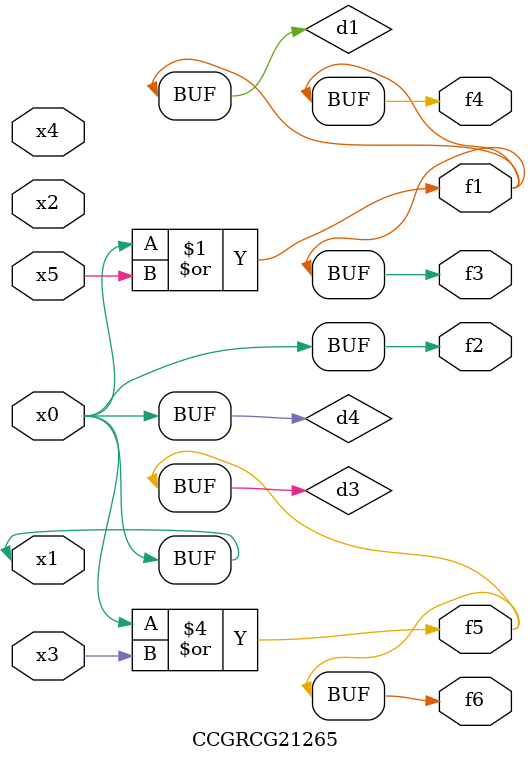
<source format=v>
module CCGRCG21265(
	input x0, x1, x2, x3, x4, x5,
	output f1, f2, f3, f4, f5, f6
);

	wire d1, d2, d3, d4;

	or (d1, x0, x5);
	xnor (d2, x1, x4);
	or (d3, x0, x3);
	buf (d4, x0, x1);
	assign f1 = d1;
	assign f2 = d4;
	assign f3 = d1;
	assign f4 = d1;
	assign f5 = d3;
	assign f6 = d3;
endmodule

</source>
